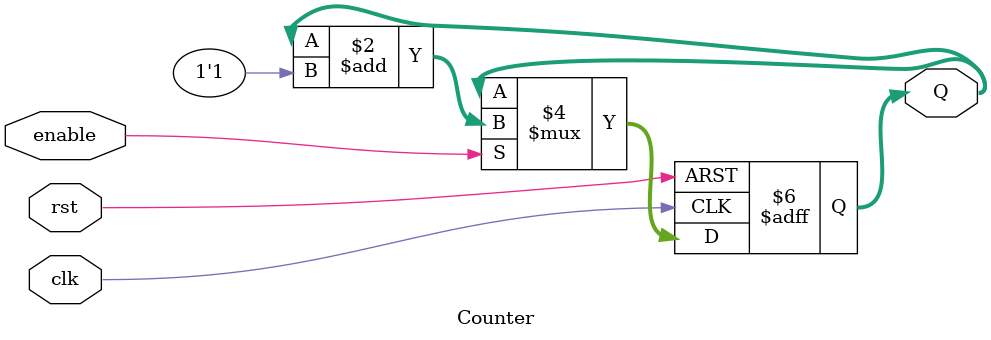
<source format=v>
module Counter #(parameter n = 4)(
    input clk,
    input rst,
    input enable,
    output reg [n-1:0] Q
    );

 always @(posedge rst, posedge clk) 
    begin
        if (rst)
            Q <= {n{1'b0}};
        else
            if (enable)
				//Va aumentando el contador 1 en 1
                Q <= Q + 1'b1;
            else
                Q <= Q;
    end 
endmodule
</source>
